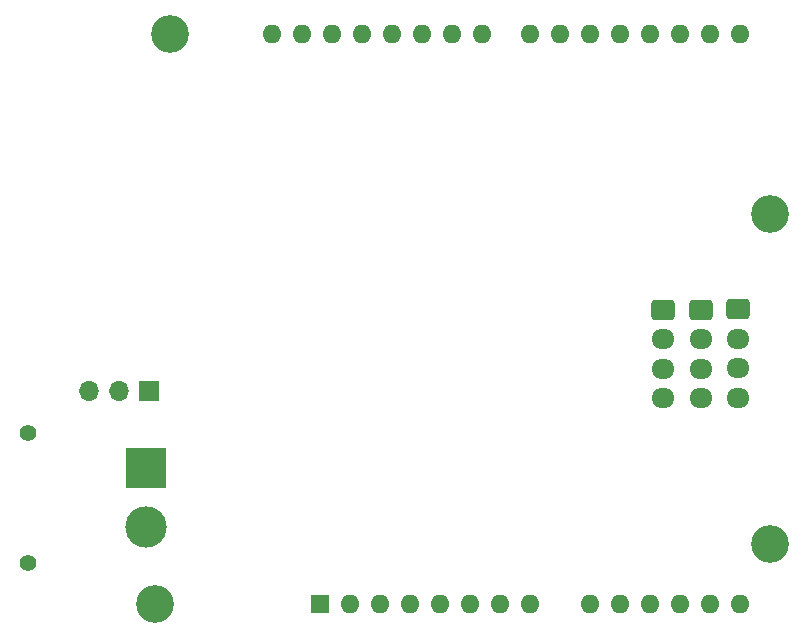
<source format=gbr>
%TF.GenerationSoftware,KiCad,Pcbnew,(7.0.0-0)*%
%TF.CreationDate,2023-03-13T16:32:43+01:00*%
%TF.ProjectId,tmc2209_devboard,746d6332-3230-4395-9f64-6576626f6172,rev?*%
%TF.SameCoordinates,Original*%
%TF.FileFunction,Soldermask,Bot*%
%TF.FilePolarity,Negative*%
%FSLAX46Y46*%
G04 Gerber Fmt 4.6, Leading zero omitted, Abs format (unit mm)*
G04 Created by KiCad (PCBNEW (7.0.0-0)) date 2023-03-13 16:32:43*
%MOMM*%
%LPD*%
G01*
G04 APERTURE LIST*
G04 Aperture macros list*
%AMRoundRect*
0 Rectangle with rounded corners*
0 $1 Rounding radius*
0 $2 $3 $4 $5 $6 $7 $8 $9 X,Y pos of 4 corners*
0 Add a 4 corners polygon primitive as box body*
4,1,4,$2,$3,$4,$5,$6,$7,$8,$9,$2,$3,0*
0 Add four circle primitives for the rounded corners*
1,1,$1+$1,$2,$3*
1,1,$1+$1,$4,$5*
1,1,$1+$1,$6,$7*
1,1,$1+$1,$8,$9*
0 Add four rect primitives between the rounded corners*
20,1,$1+$1,$2,$3,$4,$5,0*
20,1,$1+$1,$4,$5,$6,$7,0*
20,1,$1+$1,$6,$7,$8,$9,0*
20,1,$1+$1,$8,$9,$2,$3,0*%
G04 Aperture macros list end*
%ADD10R,1.700000X1.700000*%
%ADD11O,1.700000X1.700000*%
%ADD12RoundRect,0.250000X-0.725000X0.600000X-0.725000X-0.600000X0.725000X-0.600000X0.725000X0.600000X0*%
%ADD13O,1.950000X1.700000*%
%ADD14C,1.400000*%
%ADD15R,3.500000X3.500000*%
%ADD16C,3.500000*%
%ADD17C,3.200000*%
%ADD18R,1.600000X1.600000*%
%ADD19O,1.600000X1.600000*%
G04 APERTURE END LIST*
D10*
%TO.C,J2*%
X55999999Y-54999999D03*
D11*
X53459999Y-54999999D03*
X50919999Y-54999999D03*
%TD*%
D12*
%TO.C,J5*%
X99467500Y-48100000D03*
D13*
X99467499Y-50599999D03*
X99467499Y-53099999D03*
X99467499Y-55599999D03*
%TD*%
D14*
%TO.C,J1*%
X45675000Y-69500000D03*
X45675000Y-58500000D03*
D15*
X55674999Y-61499999D03*
D16*
X55675000Y-66500000D03*
%TD*%
D12*
%TO.C,J4*%
X105867500Y-48050000D03*
D13*
X105867499Y-50549999D03*
X105867499Y-53049999D03*
X105867499Y-55549999D03*
%TD*%
D12*
%TO.C,J6*%
X102667500Y-48100000D03*
D13*
X102667499Y-50599999D03*
X102667499Y-53099999D03*
X102667499Y-55599999D03*
%TD*%
D17*
%TO.C,A1*%
X56480000Y-73000000D03*
X57750000Y-24740000D03*
X108550000Y-39980000D03*
X108550000Y-67920000D03*
D18*
X70449999Y-72999999D03*
D19*
X72989999Y-72999999D03*
X75529999Y-72999999D03*
X78069999Y-72999999D03*
X80609999Y-72999999D03*
X83149999Y-72999999D03*
X85689999Y-72999999D03*
X88229999Y-72999999D03*
X93309999Y-72999999D03*
X95849999Y-72999999D03*
X98389999Y-72999999D03*
X100929999Y-72999999D03*
X103469999Y-72999999D03*
X106009999Y-72999999D03*
X106009999Y-24739999D03*
X103469999Y-24739999D03*
X100929999Y-24739999D03*
X98389999Y-24739999D03*
X95849999Y-24739999D03*
X93309999Y-24739999D03*
X90769999Y-24739999D03*
X88229999Y-24739999D03*
X84169999Y-24739999D03*
X81629999Y-24739999D03*
X79089999Y-24739999D03*
X76549999Y-24739999D03*
X74009999Y-24739999D03*
X71469999Y-24739999D03*
X68929999Y-24739999D03*
X66389999Y-24739999D03*
%TD*%
M02*

</source>
